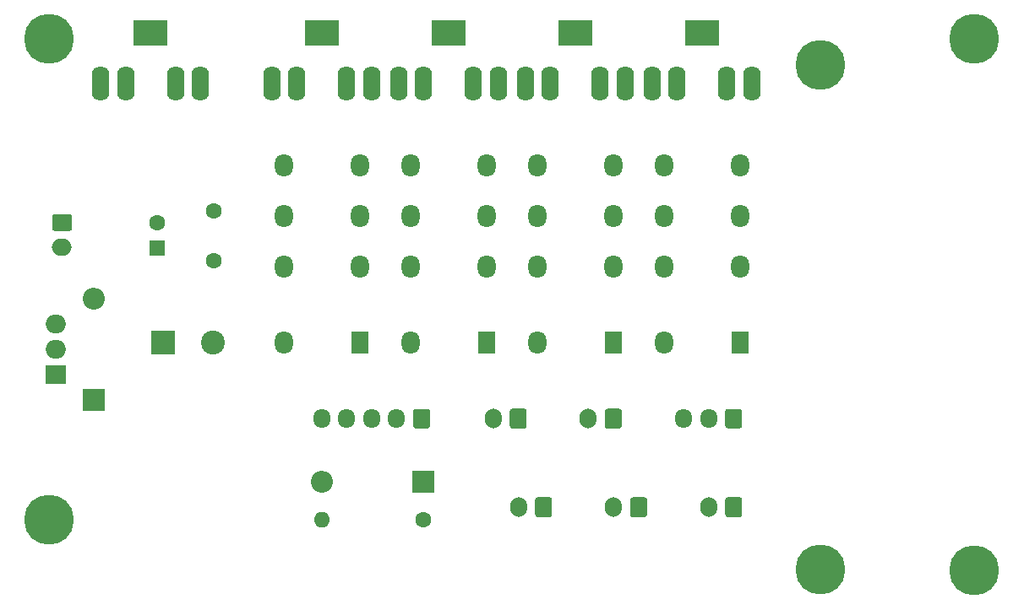
<source format=gts>
%TF.GenerationSoftware,KiCad,Pcbnew,(5.1.8)-1*%
%TF.CreationDate,2021-01-28T21:24:41+01:00*%
%TF.ProjectId,VU Switch,56552053-7769-4746-9368-2e6b69636164,rev?*%
%TF.SameCoordinates,Original*%
%TF.FileFunction,Soldermask,Top*%
%TF.FilePolarity,Negative*%
%FSLAX46Y46*%
G04 Gerber Fmt 4.6, Leading zero omitted, Abs format (unit mm)*
G04 Created by KiCad (PCBNEW (5.1.8)-1) date 2021-01-28 21:24:41*
%MOMM*%
%LPD*%
G01*
G04 APERTURE LIST*
%ADD10O,1.800000X2.300000*%
%ADD11R,1.800000X2.300000*%
%ADD12O,1.700000X1.950000*%
%ADD13R,2.200000X2.200000*%
%ADD14O,2.200000X2.200000*%
%ADD15O,1.700000X2.000000*%
%ADD16C,1.600000*%
%ADD17C,5.000000*%
%ADD18R,2.400000X2.400000*%
%ADD19C,2.400000*%
%ADD20R,1.600000X1.600000*%
%ADD21O,1.750000X3.500000*%
%ADD22R,3.500000X2.500000*%
%ADD23O,1.600000X1.600000*%
%ADD24R,2.000000X1.905000*%
%ADD25O,2.000000X1.905000*%
%ADD26O,2.000000X1.700000*%
G04 APERTURE END LIST*
D10*
%TO.C,K1*%
X153670000Y-83820000D03*
X153670000Y-76200000D03*
X153670000Y-71120000D03*
X153670000Y-66040000D03*
X161290000Y-66040000D03*
X161290000Y-71120000D03*
X161290000Y-76200000D03*
D11*
X161290000Y-83820000D03*
%TD*%
D10*
%TO.C,K2*%
X140970000Y-83820000D03*
X140970000Y-76200000D03*
X140970000Y-71120000D03*
X140970000Y-66040000D03*
X148590000Y-66040000D03*
X148590000Y-71120000D03*
X148590000Y-76200000D03*
D11*
X148590000Y-83820000D03*
%TD*%
D10*
%TO.C,K3*%
X128270000Y-83820000D03*
X128270000Y-76200000D03*
X128270000Y-71120000D03*
X128270000Y-66040000D03*
X135890000Y-66040000D03*
X135890000Y-71120000D03*
X135890000Y-76200000D03*
D11*
X135890000Y-83820000D03*
%TD*%
D10*
%TO.C,K4*%
X115570000Y-83820000D03*
X115570000Y-76200000D03*
X115570000Y-71120000D03*
X115570000Y-66040000D03*
X123190000Y-66040000D03*
X123190000Y-71120000D03*
X123190000Y-76200000D03*
D11*
X123190000Y-83820000D03*
%TD*%
%TO.C,J3*%
G36*
G01*
X130230000Y-90715000D02*
X130230000Y-92165000D01*
G75*
G02*
X129980000Y-92415000I-250000J0D01*
G01*
X128780000Y-92415000D01*
G75*
G02*
X128530000Y-92165000I0J250000D01*
G01*
X128530000Y-90715000D01*
G75*
G02*
X128780000Y-90465000I250000J0D01*
G01*
X129980000Y-90465000D01*
G75*
G02*
X130230000Y-90715000I0J-250000D01*
G01*
G37*
D12*
X126880000Y-91440000D03*
X124380000Y-91440000D03*
X121880000Y-91440000D03*
X119380000Y-91440000D03*
%TD*%
D13*
%TO.C,D2*%
X129540000Y-97790000D03*
D14*
X119380000Y-97790000D03*
%TD*%
%TO.C,J10*%
G36*
G01*
X161505000Y-99580000D02*
X161505000Y-101080000D01*
G75*
G02*
X161255000Y-101330000I-250000J0D01*
G01*
X160055000Y-101330000D01*
G75*
G02*
X159805000Y-101080000I0J250000D01*
G01*
X159805000Y-99580000D01*
G75*
G02*
X160055000Y-99330000I250000J0D01*
G01*
X161255000Y-99330000D01*
G75*
G02*
X161505000Y-99580000I0J-250000D01*
G01*
G37*
D15*
X158155000Y-100330000D03*
%TD*%
%TO.C,J2*%
G36*
G01*
X142455000Y-99580000D02*
X142455000Y-101080000D01*
G75*
G02*
X142205000Y-101330000I-250000J0D01*
G01*
X141005000Y-101330000D01*
G75*
G02*
X140755000Y-101080000I0J250000D01*
G01*
X140755000Y-99580000D01*
G75*
G02*
X141005000Y-99330000I250000J0D01*
G01*
X142205000Y-99330000D01*
G75*
G02*
X142455000Y-99580000I0J-250000D01*
G01*
G37*
X139105000Y-100330000D03*
%TD*%
%TO.C,J13*%
X148630000Y-100330000D03*
G36*
G01*
X151980000Y-99580000D02*
X151980000Y-101080000D01*
G75*
G02*
X151730000Y-101330000I-250000J0D01*
G01*
X150530000Y-101330000D01*
G75*
G02*
X150280000Y-101080000I0J250000D01*
G01*
X150280000Y-99580000D01*
G75*
G02*
X150530000Y-99330000I250000J0D01*
G01*
X151730000Y-99330000D01*
G75*
G02*
X151980000Y-99580000I0J-250000D01*
G01*
G37*
%TD*%
D16*
%TO.C,C3*%
X108585000Y-75565000D03*
X108585000Y-70565000D03*
%TD*%
D17*
%TO.C,A1*%
X169345000Y-106580000D03*
X169345000Y-55980000D03*
%TD*%
%TO.C,M1*%
X92075000Y-101600000D03*
%TD*%
%TO.C,M2*%
X184785000Y-106680000D03*
%TD*%
%TO.C,M3*%
X184785000Y-53340000D03*
%TD*%
%TO.C,M4*%
X92075000Y-53340000D03*
%TD*%
D18*
%TO.C,C1*%
X103505000Y-83820000D03*
D19*
X108505000Y-83820000D03*
%TD*%
D16*
%TO.C,C2*%
X102870000Y-71795000D03*
D20*
X102870000Y-74295000D03*
%TD*%
D14*
%TO.C,D1*%
X96520000Y-79375000D03*
D13*
X96520000Y-89535000D03*
%TD*%
D21*
%TO.C,J4*%
X154980000Y-57766000D03*
X159980000Y-57766000D03*
X152480000Y-57766000D03*
X162480000Y-57766000D03*
D22*
X157480000Y-52760000D03*
%TD*%
%TO.C,J5*%
X144780000Y-52760000D03*
D21*
X149780000Y-57766000D03*
X139780000Y-57766000D03*
X147280000Y-57766000D03*
X142280000Y-57766000D03*
%TD*%
%TO.C,J6*%
X129580000Y-57766000D03*
X134580000Y-57766000D03*
X127080000Y-57766000D03*
X137080000Y-57766000D03*
D22*
X132080000Y-52760000D03*
%TD*%
%TO.C,J7*%
X119380000Y-52760000D03*
D21*
X124380000Y-57766000D03*
X114380000Y-57766000D03*
X121880000Y-57766000D03*
X116880000Y-57766000D03*
%TD*%
D22*
%TO.C,J8*%
X102235000Y-52760000D03*
D21*
X107235000Y-57766000D03*
X97235000Y-57766000D03*
X104735000Y-57766000D03*
X99735000Y-57766000D03*
%TD*%
%TO.C,J9*%
G36*
G01*
X161505000Y-90715000D02*
X161505000Y-92165000D01*
G75*
G02*
X161255000Y-92415000I-250000J0D01*
G01*
X160055000Y-92415000D01*
G75*
G02*
X159805000Y-92165000I0J250000D01*
G01*
X159805000Y-90715000D01*
G75*
G02*
X160055000Y-90465000I250000J0D01*
G01*
X161255000Y-90465000D01*
G75*
G02*
X161505000Y-90715000I0J-250000D01*
G01*
G37*
D12*
X158155000Y-91440000D03*
X155655000Y-91440000D03*
%TD*%
D15*
%TO.C,J11*%
X146090000Y-91440000D03*
G36*
G01*
X149440000Y-90690000D02*
X149440000Y-92190000D01*
G75*
G02*
X149190000Y-92440000I-250000J0D01*
G01*
X147990000Y-92440000D01*
G75*
G02*
X147740000Y-92190000I0J250000D01*
G01*
X147740000Y-90690000D01*
G75*
G02*
X147990000Y-90440000I250000J0D01*
G01*
X149190000Y-90440000D01*
G75*
G02*
X149440000Y-90690000I0J-250000D01*
G01*
G37*
%TD*%
%TO.C,J12*%
G36*
G01*
X139915000Y-90690000D02*
X139915000Y-92190000D01*
G75*
G02*
X139665000Y-92440000I-250000J0D01*
G01*
X138465000Y-92440000D01*
G75*
G02*
X138215000Y-92190000I0J250000D01*
G01*
X138215000Y-90690000D01*
G75*
G02*
X138465000Y-90440000I250000J0D01*
G01*
X139665000Y-90440000D01*
G75*
G02*
X139915000Y-90690000I0J-250000D01*
G01*
G37*
X136565000Y-91440000D03*
%TD*%
D16*
%TO.C,R1*%
X129540000Y-101600000D03*
D23*
X119380000Y-101600000D03*
%TD*%
D24*
%TO.C,U1*%
X92710000Y-86995000D03*
D25*
X92710000Y-84455000D03*
X92710000Y-81915000D03*
%TD*%
%TO.C,J1*%
G36*
G01*
X92595000Y-70905000D02*
X94095000Y-70905000D01*
G75*
G02*
X94345000Y-71155000I0J-250000D01*
G01*
X94345000Y-72355000D01*
G75*
G02*
X94095000Y-72605000I-250000J0D01*
G01*
X92595000Y-72605000D01*
G75*
G02*
X92345000Y-72355000I0J250000D01*
G01*
X92345000Y-71155000D01*
G75*
G02*
X92595000Y-70905000I250000J0D01*
G01*
G37*
D26*
X93345000Y-74255000D03*
%TD*%
M02*

</source>
